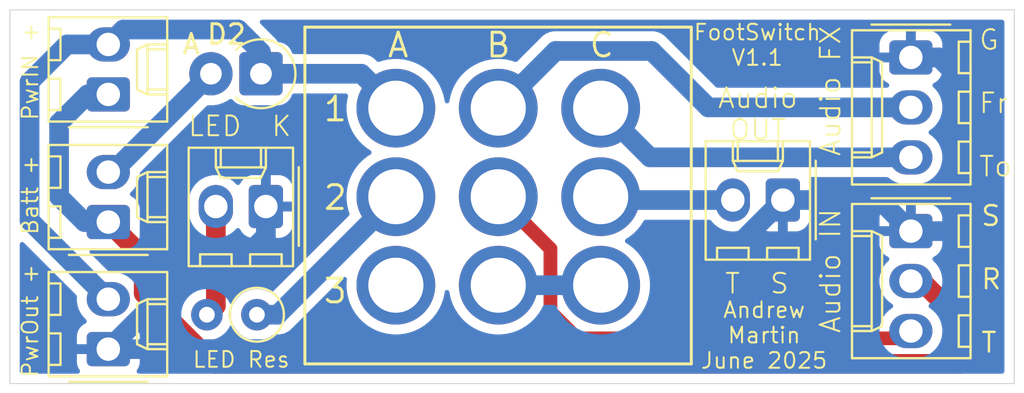
<source format=kicad_pcb>
(kicad_pcb (version 20241229) (generator "pcbnew") (generator_version "9.0")
  (title_block (title "Footswitch Wiring Board") (date "2025-06-25") (rev "V1.1") (company "Andrew C.R. Martin") (comment 1 "V1.1 adds battery and moves all audio to one side") (comment 2 "Board size 51mm x 19mm"))
  (layers (0 "F.Cu" signal) (2 "B.Cu" signal) (13 "F.Paste" user) (15 "B.Paste" user) (5 "F.SilkS" user "F.Silkscreen") (7 "B.SilkS" user "B.Silkscreen") (1 "F.Mask" user) (3 "B.Mask" user) (25 "Edge.Cuts" user))
  (net 0 "")
  (net 1 "GND")
  (net 2 "Net-(J5-Pin_2)")
  (net 3 "Net-(J7-Pin_2)")
  (net 4 "Net-(R1-Pad1)")
  (net 6 "Net-(J1-Pin_3)")
  (net 7 "Net-(J1-Pin_2)")
  (net 8 "Net-(J2-Pin_2)")
  (net 9 "Net-(J7-Pin_3)")
  (net 10 "Net-(SW1-C-PadB3)")
  (net 11 "Net-(D2-K)")
  (net 12 "Net-(D2-A)")
  (footprint "Connector_Molex:Molex_KK-254_AE-6410-02A_1x02_P2.54mm_Vertical" (layer "F.Cu") (at 67.5 59.5 180)
    (property "Reference" "J5" (hide yes))
    (property "Value" "LED" (hide yes))
    (fp_line (start 3.92 2.99) (end 3.92 -3.03) (stroke (width 0.12)) (layer "F.SilkS"))
    (fp_line (start 3.92 -3.03) (end -1.38 -3.03) (stroke (width 0.12)) (layer "F.SilkS"))
    (fp_line (start 3.34 -2.43) (end 3.34 -3.03) (stroke (width 0.12)) (layer "F.SilkS"))
    (fp_line (start 2.54 1.99) (end 2.54 2.99) (stroke (width 0.12)) (layer "F.SilkS"))
    (fp_line (start 2.29 2.99) (end 2.29 1.99) (stroke (width 0.12)) (layer "F.SilkS"))
    (fp_line (start 2.29 1.46) (end 2.54 1.99) (stroke (width 0.12)) (layer "F.SilkS"))
    (fp_line (start 1.74 -2.43) (end 3.34 -2.43) (stroke (width 0.12)) (layer "F.SilkS"))
    (fp_line (start 1.74 -3.03) (end 1.74 -2.43) (stroke (width 0.12)) (layer "F.SilkS"))
    (fp_line (start 0.8 -2.43) (end 0.8 -3.03) (stroke (width 0.12)) (layer "F.SilkS"))
    (fp_line (start 0.25 2.99) (end 0.25 1.99) (stroke (width 0.12)) (layer "F.SilkS"))
    (fp_line (start 0.25 1.46) (end 2.29 1.46) (stroke (width 0.12)) (layer "F.SilkS"))
    (fp_line (start 0 2.99) (end 0 1.99) (stroke (width 0.12)) (layer "F.SilkS"))
    (fp_line (start 0 1.99) (end 2.54 1.99) (stroke (width 0.12)) (layer "F.SilkS"))
    (fp_line (start 0 1.99) (end 0.25 1.46) (stroke (width 0.12)) (layer "F.SilkS"))
    (fp_line (start -0.8 -2.43) (end 0.8 -2.43) (stroke (width 0.12)) (layer "F.SilkS"))
    (fp_line (start -0.8 -3.03) (end -0.8 -2.43) (stroke (width 0.12)) (layer "F.SilkS"))
    (fp_line (start -1.38 2.99) (end 3.92 2.99) (stroke (width 0.12)) (layer "F.SilkS"))
    (fp_line (start -1.38 -3.03) (end -1.38 2.99) (stroke (width 0.12)) (layer "F.SilkS"))
    (fp_line (start -1.67 -2) (end -1.67 2) (stroke (width 0.12)) (layer "F.SilkS"))
    (pad "1" thru_hole roundrect (at 0 0 180) (size 1.74 2.19) (drill 1.19) (layers "*.Cu" "*.Mask") (roundrect_rratio 0.143678) (net 1 "GND"))
    (pad "2" thru_hole oval (at 2.54 0 180) (size 1.74 2.19) (drill 1.19) (layers "*.Cu" "*.Mask") (net 2 "Net-(J5-Pin_2)"))
  )
  (footprint "Connector_Molex:Molex_KK-254_AE-6410-02A_1x02_P2.54mm_Vertical" (layer "F.Cu") (at 59.5 66.75 90)
    (property "Reference" "J8" (hide yes))
    (property "Value" "Pwr OUT" (hide yes))
    (fp_line (start 3.92 -3.03) (end -1.38 -3.03) (stroke (width 0.12)) (layer "F.SilkS"))
    (fp_line (start 1.74 -3.03) (end 1.74 -2.43) (stroke (width 0.12)) (layer "F.SilkS"))
    (fp_line (start -0.8 -3.03) (end -0.8 -2.43) (stroke (width 0.12)) (layer "F.SilkS"))
    (fp_line (start -1.38 -3.03) (end -1.38 2.99) (stroke (width 0.12)) (layer "F.SilkS"))
    (fp_line (start 3.34 -2.43) (end 3.34 -3.03) (stroke (width 0.12)) (layer "F.SilkS"))
    (fp_line (start 1.74 -2.43) (end 3.34 -2.43) (stroke (width 0.12)) (layer "F.SilkS"))
    (fp_line (start 0.8 -2.43) (end 0.8 -3.03) (stroke (width 0.12)) (layer "F.SilkS"))
    (fp_line (start -0.8 -2.43) (end 0.8 -2.43) (stroke (width 0.12)) (layer "F.SilkS"))
    (fp_line (start -1.67 -2) (end -1.67 2) (stroke (width 0.12)) (layer "F.SilkS"))
    (fp_line (start 2.29 1.46) (end 2.54 1.99) (stroke (width 0.12)) (layer "F.SilkS"))
    (fp_line (start 0.25 1.46) (end 2.29 1.46) (stroke (width 0.12)) (layer "F.SilkS"))
    (fp_line (start 2.54 1.99) (end 2.54 2.99) (stroke (width 0.12)) (layer "F.SilkS"))
    (fp_line (start 0 1.99) (end 0.25 1.46) (stroke (width 0.12)) (layer "F.SilkS"))
    (fp_line (start 0 1.99) (end 2.54 1.99) (stroke (width 0.12)) (layer "F.SilkS"))
    (fp_line (start 3.92 2.99) (end 3.92 -3.03) (stroke (width 0.12)) (layer "F.SilkS"))
    (fp_line (start 2.29 2.99) (end 2.29 1.99) (stroke (width 0.12)) (layer "F.SilkS"))
    (fp_line (start 0.25 2.99) (end 0.25 1.99) (stroke (width 0.12)) (layer "F.SilkS"))
    (fp_line (start 0 2.99) (end 0 1.99) (stroke (width 0.12)) (layer "F.SilkS"))
    (fp_line (start -1.38 2.99) (end 3.92 2.99) (stroke (width 0.12)) (layer "F.SilkS"))
    (pad "1" thru_hole roundrect (at 0 0 90) (size 1.74 2.19) (drill 1.19) (layers "*.Cu" "*.Mask") (roundrect_rratio 0.143678) (net 1 "GND"))
    (pad "2" thru_hole oval (at 2.54 0 90) (size 1.74 2.19) (drill 1.19) (layers "*.Cu" "*.Mask") (net 11 "Net-(D2-K)"))
  )
  (footprint "Diode_THT:D_DO-41_SOD81_P2.54mm_Vertical_AnodeUp" (layer "F.Cu") (at 67.25 52.75 180)
    (property "Reference" "D2" (at 1.75 2 0) (layer "F.SilkS"))
    (property "Value" "SB120" (hide yes))
    (fp_arc (start 1.255517 1.22) (mid -1.750635 0) (end 1.255517 -1.22) (stroke (width 0.12)) (layer "F.SilkS"))
    (fp_text user "A" (at 3.54 1.5 0) (layer "F.SilkS"))
    (pad "1" thru_hole roundrect (at 0 0 180) (size 2.2 2.2) (drill 1.1) (layers "*.Cu" "*.Mask") (roundrect_rratio 0.113636) (net 11 "Net-(D2-K)"))
    (pad "2" thru_hole circle (at 2.54 0 180) (size 2.2 2.2) (drill 1.1) (layers "*.Cu" "*.Mask") (net 12 "Net-(D2-A)"))
  )
  (footprint "ACRM:3PDT_FS" (layer "F.Cu") (at 77.1 58)
    (property "Reference" "SW1" (hide yes))
    (property "Value" "SW_Foot_3PDT" (hide yes))
    (fp_line (start -7.62 -7.62) (end 12 -7.62) (stroke (width 0.1524)) (layer "F.SilkS"))
    (fp_line (start -7.62 9.5) (end -7.62 -7.62) (stroke (width 0.1524)) (layer "F.SilkS"))
    (fp_line (start 12 -7.62) (end 12 9.5) (stroke (width 0.1524)) (layer "F.SilkS"))
    (fp_line (start 12 9.5) (end -7.62 9.5) (stroke (width 0.1524)) (layer "F.SilkS"))
    (fp_text user "B" (at 1.5 -6 0) (layer "F.SilkS") (effects (font (size 1.2065 1.2065) (thickness 0.1524)) (justify left bottom)))
    (fp_text user "C" (at 6.75 -6 0) (layer "F.SilkS") (effects (font (size 1.2065 1.2065) (thickness 0.1524)) (justify left bottom)))
    (fp_text user "1" (at -6.75 -2.75 0) (layer "F.SilkS") (effects (font (size 1.2065 1.2065) (thickness 0.1524)) (justify left bottom)))
    (fp_text user "A" (at -3.5 -6 0) (layer "F.SilkS") (effects (font (size 1.2065 1.2065) (thickness 0.1524)) (justify left bottom)))
    (fp_text user "3" (at -6.75 6.5 0) (layer "F.SilkS") (effects (font (size 1.2065 1.2065) (thickness 0.1524)) (justify left bottom)))
    (fp_text user "2" (at -6.75 1.75 0) (layer "F.SilkS") (effects (font (size 1.2065 1.2065) (thickness 0.1524)) (justify left bottom)))
    (pad "A1" thru_hole circle (at -3 -3.5 180) (size 4 4) (drill 2.8) (layers "*.Cu" "*.Mask") (net 11 "Net-(D2-K)"))
    (pad "A2" thru_hole circle (at -3 1 180) (size 4 4) (drill 2.8) (layers "*.Cu" "*.Mask") (net 4 "Net-(R1-Pad1)"))
    (pad "A3" thru_hole circle (at -3 5.5 180) (size 4 4) (drill 2.8) (layers "*.Cu" "*.Mask"))
    (pad "B1" thru_hole circle (at 2.2 -3.5 180) (size 4 4) (drill 2.8) (layers "*.Cu" "*.Mask") (net 3 "Net-(J7-Pin_2)"))
    (pad "B2" thru_hole circle (at 2.2 1 180) (size 4 4) (drill 2.8) (layers "*.Cu" "*.Mask") (net 6 "Net-(J1-Pin_3)"))
    (pad "B3" thru_hole circle (at 2.2 5.5 180) (size 4 4) (drill 2.8) (layers "*.Cu" "*.Mask") (net 10 "Net-(SW1-C-PadB3)"))
    (pad "C1" thru_hole circle (at 7.4 -3.5 180) (size 4 4) (drill 2.8) (layers "*.Cu" "*.Mask") (net 9 "Net-(J7-Pin_3)"))
    (pad "C2" thru_hole circle (at 7.4 1 180) (size 4 4) (drill 2.8) (layers "*.Cu" "*.Mask") (net 8 "Net-(J2-Pin_2)"))
    (pad "C3" thru_hole circle (at 7.4 5.5 180) (size 4 4) (drill 2.8) (layers "*.Cu" "*.Mask") (net 10 "Net-(SW1-C-PadB3)"))
  )
  (footprint "Connector_Molex:Molex_KK-254_AE-6410-02A_1x02_P2.54mm_Vertical" (layer "F.Cu") (at 59.5 60.29 90)
    (property "Reference" "J9" (hide yes))
    (property "Value" "Batt IN" (hide yes))
    (fp_line (start 3.92 -3.03) (end -1.38 -3.03) (stroke (width 0.12)) (layer "F.SilkS"))
    (fp_line (start 1.74 -3.03) (end 1.74 -2.43) (stroke (width 0.12)) (layer "F.SilkS"))
    (fp_line (start -0.8 -3.03) (end -0.8 -2.43) (stroke (width 0.12)) (layer "F.SilkS"))
    (fp_line (start -1.38 -3.03) (end -1.38 2.99) (stroke (width 0.12)) (layer "F.SilkS"))
    (fp_line (start 3.34 -2.43) (end 3.34 -3.03) (stroke (width 0.12)) (layer "F.SilkS"))
    (fp_line (start 1.74 -2.43) (end 3.34 -2.43) (stroke (width 0.12)) (layer "F.SilkS"))
    (fp_line (start 0.8 -2.43) (end 0.8 -3.03) (stroke (width 0.12)) (layer "F.SilkS"))
    (fp_line (start -0.8 -2.43) (end 0.8 -2.43) (stroke (width 0.12)) (layer "F.SilkS"))
    (fp_line (start -1.67 -2) (end -1.67 2) (stroke (width 0.12)) (layer "F.SilkS"))
    (fp_line (start 2.29 1.46) (end 2.54 1.99) (stroke (width 0.12)) (layer "F.SilkS"))
    (fp_line (start 0.25 1.46) (end 2.29 1.46) (stroke (width 0.12)) (layer "F.SilkS"))
    (fp_line (start 2.54 1.99) (end 2.54 2.99) (stroke (width 0.12)) (layer "F.SilkS"))
    (fp_line (start 0 1.99) (end 0.25 1.46) (stroke (width 0.12)) (layer "F.SilkS"))
    (fp_line (start 0 1.99) (end 2.54 1.99) (stroke (width 0.12)) (layer "F.SilkS"))
    (fp_line (start 3.92 2.99) (end 3.92 -3.03) (stroke (width 0.12)) (layer "F.SilkS"))
    (fp_line (start 2.29 2.99) (end 2.29 1.99) (stroke (width 0.12)) (layer "F.SilkS"))
    (fp_line (start 0.25 2.99) (end 0.25 1.99) (stroke (width 0.12)) (layer "F.SilkS"))
    (fp_line (start 0 2.99) (end 0 1.99) (stroke (width 0.12)) (layer "F.SilkS"))
    (fp_line (start -1.38 2.99) (end 3.92 2.99) (stroke (width 0.12)) (layer "F.SilkS"))
    (pad "1" thru_hole roundrect (at 0 0 90) (size 1.74 2.19) (drill 1.19) (layers "*.Cu" "*.Mask") (roundrect_rratio 0.143678) (net 7 "Net-(J1-Pin_2)"))
    (pad "2" thru_hole oval (at 2.54 0 90) (size 1.74 2.19) (drill 1.19) (layers "*.Cu" "*.Mask") (net 12 "Net-(D2-A)"))
  )
  (footprint "Connector_Molex:Molex_KK-254_AE-6410-03A_1x03_P2.54mm_Vertical" (layer "F.Cu") (at 100.25 51.92 -90)
    (property "Reference" "J7" (hide yes))
    (property "Value" "Audio FX" (hide yes))
    (fp_line (start -1.38 2.99) (end 6.46 2.99) (stroke (width 0.12)) (layer "F.SilkS"))
    (fp_line (start 0 2.99) (end 0 1.99) (stroke (width 0.12)) (layer "F.SilkS"))
    (fp_line (start 0.25 2.99) (end 0.25 1.99) (stroke (width 0.12)) (layer "F.SilkS"))
    (fp_line (start 4.83 2.99) (end 4.83 1.99) (stroke (width 0.12)) (layer "F.SilkS"))
    (fp_line (start 6.46 2.99) (end 6.46 -3.03) (stroke (width 0.12)) (layer "F.SilkS"))
    (fp_line (start 0 1.99) (end 5.08 1.99) (stroke (width 0.12)) (layer "F.SilkS"))
    (fp_line (start 0 1.99) (end 0.25 1.46) (stroke (width 0.12)) (layer "F.SilkS"))
    (fp_line (start 5.08 1.99) (end 5.08 2.99) (stroke (width 0.12)) (layer "F.SilkS"))
    (fp_line (start 0.25 1.46) (end 4.83 1.46) (stroke (width 0.12)) (layer "F.SilkS"))
    (fp_line (start 4.83 1.46) (end 5.08 1.99) (stroke (width 0.12)) (layer "F.SilkS"))
    (fp_line (start -1.67 -2) (end -1.67 2) (stroke (width 0.12)) (layer "F.SilkS"))
    (fp_line (start -0.8 -2.43) (end 0.8 -2.43) (stroke (width 0.12)) (layer "F.SilkS"))
    (fp_line (start 0.8 -2.43) (end 0.8 -3.03) (stroke (width 0.12)) (layer "F.SilkS"))
    (fp_line (start 1.74 -2.43) (end 3.34 -2.43) (stroke (width 0.12)) (layer "F.SilkS"))
    (fp_line (start 3.34 -2.43) (end 3.34 -3.03) (stroke (width 0.12)) (layer "F.SilkS"))
    (fp_line (start 4.28 -2.43) (end 5.88 -2.43) (stroke (width 0.12)) (layer "F.SilkS"))
    (fp_line (start 5.88 -2.43) (end 5.88 -3.03) (stroke (width 0.12)) (layer "F.SilkS"))
    (fp_line (start -1.38 -3.03) (end -1.38 2.99) (stroke (width 0.12)) (layer "F.SilkS"))
    (fp_line (start -0.8 -3.03) (end -0.8 -2.43) (stroke (width 0.12)) (layer "F.SilkS"))
    (fp_line (start 1.74 -3.03) (end 1.74 -2.43) (stroke (width 0.12)) (layer "F.SilkS"))
    (fp_line (start 4.28 -3.03) (end 4.28 -2.43) (stroke (width 0.12)) (layer "F.SilkS"))
    (fp_line (start 6.46 -3.03) (end -1.38 -3.03) (stroke (width 0.12)) (layer "F.SilkS"))
    (pad "1" thru_hole roundrect (at 0 0 270) (size 1.74 2.19) (drill 1.19) (layers "*.Cu" "*.Mask") (roundrect_rratio 0.143678) (net 1 "GND"))
    (pad "2" thru_hole oval (at 2.54 0 270) (size 1.74 2.19) (drill 1.19) (layers "*.Cu" "*.Mask") (net 3 "Net-(J7-Pin_2)"))
    (pad "3" thru_hole oval (at 5.08 0 270) (size 1.74 2.19) (drill 1.19) (layers "*.Cu" "*.Mask") (net 9 "Net-(J7-Pin_3)"))
  )
  (footprint "Connector_Molex:Molex_KK-254_AE-6410-02A_1x02_P2.54mm_Vertical" (layer "F.Cu") (at 93.75 59.17 180)
    (property "Reference" "J2" (hide yes))
    (property "Value" "Audio OUT" (hide yes))
    (fp_line (start 3.92 2.99) (end 3.92 -3.03) (stroke (width 0.12)) (layer "F.SilkS"))
    (fp_line (start 3.92 -3.03) (end -1.38 -3.03) (stroke (width 0.12)) (layer "F.SilkS"))
    (fp_line (start 3.34 -2.43) (end 3.34 -3.03) (stroke (width 0.12)) (layer "F.SilkS"))
    (fp_line (start 2.54 1.99) (end 2.54 2.99) (stroke (width 0.12)) (layer "F.SilkS"))
    (fp_line (start 2.29 2.99) (end 2.29 1.99) (stroke (width 0.12)) (layer "F.SilkS"))
    (fp_line (start 2.29 1.46) (end 2.54 1.99) (stroke (width 0.12)) (layer "F.SilkS"))
    (fp_line (start 1.74 -2.43) (end 3.34 -2.43) (stroke (width 0.12)) (layer "F.SilkS"))
    (fp_line (start 1.74 -3.03) (end 1.74 -2.43) (stroke (width 0.12)) (layer "F.SilkS"))
    (fp_line (start 0.8 -2.43) (end 0.8 -3.03) (stroke (width 0.12)) (layer "F.SilkS"))
    (fp_line (start 0.25 2.99) (end 0.25 1.99) (stroke (width 0.12)) (layer "F.SilkS"))
    (fp_line (start 0.25 1.46) (end 2.29 1.46) (stroke (width 0.12)) (layer "F.SilkS"))
    (fp_line (start 0 2.99) (end 0 1.99) (stroke (width 0.12)) (layer "F.SilkS"))
    (fp_line (start 0 1.99) (end 2.54 1.99) (stroke (width 0.12)) (layer "F.SilkS"))
    (fp_line (start 0 1.99) (end 0.25 1.46) (stroke (width 0.12)) (layer "F.SilkS"))
    (fp_line (start -0.8 -2.43) (end 0.8 -2.43) (stroke (width 0.12)) (layer "F.SilkS"))
    (fp_line (start -0.8 -3.03) (end -0.8 -2.43) (stroke (width 0.12)) (layer "F.SilkS"))
    (fp_line (start -1.38 2.99) (end 3.92 2.99) (stroke (width 0.12)) (layer "F.SilkS"))
    (fp_line (start -1.38 -3.03) (end -1.38 2.99) (stroke (width 0.12)) (layer "F.SilkS"))
    (fp_line (start -1.67 -2) (end -1.67 2) (stroke (width 0.12)) (layer "F.SilkS"))
    (pad "1" thru_hole roundrect (at 0 0 180) (size 1.74 2.19) (drill 1.19) (layers "*.Cu" "*.Mask") (roundrect_rratio 0.143678) (net 1 "GND"))
    (pad "2" thru_hole oval (at 2.54 0 180) (size 1.74 2.19) (drill 1.19) (layers "*.Cu" "*.Mask") (net 8 "Net-(J2-Pin_2)"))
  )
  (footprint "Connector_Molex:Molex_KK-254_AE-6410-02A_1x02_P2.54mm_Vertical" (layer "F.Cu") (at 59.5 53.8 90)
    (property "Reference" "J4" (hide yes))
    (property "Value" "Pwr IN" (hide yes))
    (fp_line (start 3.92 -3.03) (end -1.38 -3.03) (stroke (width 0.12)) (layer "F.SilkS"))
    (fp_line (start 1.74 -3.03) (end 1.74 -2.43) (stroke (width 0.12)) (layer "F.SilkS"))
    (fp_line (start -0.8 -3.03) (end -0.8 -2.43) (stroke (width 0.12)) (layer "F.SilkS"))
    (fp_line (start -1.38 -3.03) (end -1.38 2.99) (stroke (width 0.12)) (layer "F.SilkS"))
    (fp_line (start 3.34 -2.43) (end 3.34 -3.03) (stroke (width 0.12)) (layer "F.SilkS"))
    (fp_line (start 1.74 -2.43) (end 3.34 -2.43) (stroke (width 0.12)) (layer "F.SilkS"))
    (fp_line (start 0.8 -2.43) (end 0.8 -3.03) (stroke (width 0.12)) (layer "F.SilkS"))
    (fp_line (start -0.8 -2.43) (end 0.8 -2.43) (stroke (width 0.12)) (layer "F.SilkS"))
    (fp_line (start -1.67 -2) (end -1.67 2) (stroke (width 0.12)) (layer "F.SilkS"))
    (fp_line (start 2.29 1.46) (end 2.54 1.99) (stroke (width 0.12)) (layer "F.SilkS"))
    (fp_line (start 0.25 1.46) (end 2.29 1.46) (stroke (width 0.12)) (layer "F.SilkS"))
    (fp_line (start 2.54 1.99) (end 2.54 2.99) (stroke (width 0.12)) (layer "F.SilkS"))
    (fp_line (start 0 1.99) (end 0.25 1.46) (stroke (width 0.12)) (layer "F.SilkS"))
    (fp_line (start 0 1.99) (end 2.54 1.99) (stroke (width 0.12)) (layer "F.SilkS"))
    (fp_line (start 3.92 2.99) (end 3.92 -3.03) (stroke (width 0.12)) (layer "F.SilkS"))
    (fp_line (start 2.29 2.99) (end 2.29 1.99) (stroke (width 0.12)) (layer "F.SilkS"))
    (fp_line (start 0.25 2.99) (end 0.25 1.99) (stroke (width 0.12)) (layer "F.SilkS"))
    (fp_line (start 0 2.99) (end 0 1.99) (stroke (width 0.12)) (layer "F.SilkS"))
    (fp_line (start -1.38 2.99) (end 3.92 2.99) (stroke (width 0.12)) (layer "F.SilkS"))
    (pad "1" thru_hole roundrect (at 0 0 90) (size 1.74 2.19) (drill 1.19) (layers "*.Cu" "*.Mask") (roundrect_rratio 0.143678) (net 7 "Net-(J1-Pin_2)"))
    (pad "2" thru_hole oval (at 2.54 0 90) (size 1.74 2.19) (drill 1.19) (layers "*.Cu" "*.Mask") (net 11 "Net-(D2-K)"))
  )
  (footprint "Resistor_THT:R_Axial_DIN0207_L6.3mm_D2.5mm_P2.54mm_Vertical" (layer "F.Cu") (at 67.045 65 180)
    (property "Reference" "R1" (hide yes))
    (property "Value" "4K4" (hide yes))
    (fp_line (start 1.37 0) (end 1.44 0) (stroke (width 0.12)) (layer "F.SilkS"))
    (fp_circle (center 0 0) (end 1.37 0) (stroke (width 0.12)) (fill no) (layer "F.SilkS"))
    (pad "1" thru_hole circle (at 0 0 180) (size 1.6 1.6) (drill 0.8) (layers "*.Cu" "*.Mask") (net 4 "Net-(R1-Pad1)"))
    (pad "2" thru_hole circle (at 2.54 0 180) (size 1.6 1.6) (drill 0.8) (layers "*.Cu" "*.Mask") (net 2 "Net-(J5-Pin_2)"))
  )
  (footprint "Connector_Molex:Molex_KK-254_AE-6410-03A_1x03_P2.54mm_Vertical" (layer "F.Cu") (at 100.25 60.75 -90)
    (property "Reference" "J1" (hide yes))
    (property "Value" "IN" (hide yes))
    (fp_line (start -1.38 2.99) (end 6.46 2.99) (stroke (width 0.12)) (layer "F.SilkS"))
    (fp_line (start 0 2.99) (end 0 1.99) (stroke (width 0.12)) (layer "F.SilkS"))
    (fp_line (start 0.25 2.99) (end 0.25 1.99) (stroke (width 0.12)) (layer "F.SilkS"))
    (fp_line (start 4.83 2.99) (end 4.83 1.99) (stroke (width 0.12)) (layer "F.SilkS"))
    (fp_line (start 6.46 2.99) (end 6.46 -3.03) (stroke (width 0.12)) (layer "F.SilkS"))
    (fp_line (start 0 1.99) (end 5.08 1.99) (stroke (width 0.12)) (layer "F.SilkS"))
    (fp_line (start 0 1.99) (end 0.25 1.46) (stroke (width 0.12)) (layer "F.SilkS"))
    (fp_line (start 5.08 1.99) (end 5.08 2.99) (stroke (width 0.12)) (layer "F.SilkS"))
    (fp_line (start 0.25 1.46) (end 4.83 1.46) (stroke (width 0.12)) (layer "F.SilkS"))
    (fp_line (start 4.83 1.46) (end 5.08 1.99) (stroke (width 0.12)) (layer "F.SilkS"))
    (fp_line (start -1.67 -2) (end -1.67 2) (stroke (width 0.12)) (layer "F.SilkS"))
    (fp_line (start -0.8 -2.43) (end 0.8 -2.43) (stroke (width 0.12)) (layer "F.SilkS"))
    (fp_line (start 0.8 -2.43) (end 0.8 -3.03) (stroke (width 0.12)) (layer "F.SilkS"))
    (fp_line (start 1.74 -2.43) (end 3.34 -2.43) (stroke (width 0.12)) (layer "F.SilkS"))
    (fp_line (start 3.34 -2.43) (end 3.34 -3.03) (stroke (width 0.12)) (layer "F.SilkS"))
    (fp_line (start 4.28 -2.43) (end 5.88 -2.43) (stroke (width 0.12)) (layer "F.SilkS"))
    (fp_line (start 5.88 -2.43) (end 5.88 -3.03) (stroke (width 0.12)) (layer "F.SilkS"))
    (fp_line (start -1.38 -3.03) (end -1.38 2.99) (stroke (width 0.12)) (layer "F.SilkS"))
    (fp_line (start -0.8 -3.03) (end -0.8 -2.43) (stroke (width 0.12)) (layer "F.SilkS"))
    (fp_line (start 1.74 -3.03) (end 1.74 -2.43) (stroke (width 0.12)) (layer "F.SilkS"))
    (fp_line (start 4.28 -3.03) (end 4.28 -2.43) (stroke (width 0.12)) (layer "F.SilkS"))
    (fp_line (start 6.46 -3.03) (end -1.38 -3.03) (stroke (width 0.12)) (layer "F.SilkS"))
    (pad "1" thru_hole roundrect (at 0 0 270) (size 1.74 2.19) (drill 1.19) (layers "*.Cu" "*.Mask") (roundrect_rratio 0.143678) (net 1 "GND"))
    (pad "2" thru_hole oval (at 2.54 0 270) (size 1.74 2.19) (drill 1.19) (layers "*.Cu" "*.Mask") (net 7 "Net-(J1-Pin_2)"))
    (pad "3" thru_hole oval (at 5.08 0 270) (size 1.74 2.19) (drill 1.19) (layers "*.Cu" "*.Mask") (net 6 "Net-(J1-Pin_3)"))
  )
  (gr_rect (start 54.5 49.5) (end 105.5 68.5) (stroke (width 0.05)) (fill no) (layer "Edge.Cuts"))
  (gr_text "PwrIN +" (at 56 55.18 90) (layer "F.SilkS") (effects (font (size 0.8 0.8) (thickness 0.1)) (justify left bottom)))
  (gr_text "LED Res" (at 66.25 67.75 0) (layer "F.SilkS") (effects (font (size 0.8 0.8) (thickness 0.1)) (justify bottom)))
  (gr_text "G\n\nFr\n\nTo" (at 103.65 58.05 0) (layer "F.SilkS") (effects (font (size 1 1) (thickness 0.1)) (justify left bottom)))
  (gr_text "Audio\nOUT" (at 92.48 56.18 0) (layer "F.SilkS") (effects (font (size 1 1) (thickness 0.1)) (justify bottom)))
  (gr_text "LED  K" (at 63.487818 56 0) (layer "F.SilkS") (effects (font (size 1 1) (thickness 0.1)) (justify left bottom)))
  (gr_text "Audio IN" (at 96.75 66 90) (layer "F.SilkS") (effects (font (size 1 1) (thickness 0.1)) (justify left bottom)))
  (gr_text "Audio FX" (at 96.75 57 90) (layer "F.SilkS") (effects (font (size 1 1) (thickness 0.1)) (justify left bottom)))
  (gr_text "Andrew\nMartin\nJune 2025" (at 92.8 67.8 0) (layer "F.SilkS") (effects (font (size 0.8 0.8) (thickness 0.1)) (justify bottom)))
  (gr_text "S\n\nR\n\nT" (at 103.75 67 0) (layer "F.SilkS") (effects (font (size 1 1) (thickness 0.125)) (justify left bottom)))
  (gr_text "PwrOut +" (at 56 68.25 90) (layer "F.SilkS") (effects (font (size 0.8 0.8) (thickness 0.1)) (justify left bottom)))
  (gr_text "Batt +" (at 56 61 90) (layer "F.SilkS") (effects (font (size 0.8 0.8) (thickness 0.1)) (justify left bottom)))
  (gr_text "FootSwitch\nV1.1\n" (at 92.45 52.4 0) (layer "F.SilkS") (effects (font (size 0.8 0.8) (thickness 0.1)) (justify bottom)))
  (gr_text "T  S" (at 90.75 64 0) (layer "F.SilkS") (effects (font (size 1 1) (thickness 0.1)) (justify left bottom)))
  (segment (start 93.75 59.17) (end 98.67 59.17) (width 1) (layer "B.Cu") (net 1))
  (segment (start 67.5 61) (end 67.5 59.5) (width 1) (layer "B.Cu") (net 1))
  (segment (start 102.25 60.75) (end 104.499 58.501) (width 1) (layer "B.Cu") (net 1))
  (segment (start 104.499 54.749) (end 101.67 51.92) (width 1) (layer "B.Cu") (net 1))
  (segment (start 100.25 60.75) (end 102.25 60.75) (width 1) (layer "B.Cu") (net 1))
  (segment (start 59.5 66.75) (end 62.25 64) (width 1) (layer "B.Cu") (net 1))
  (segment (start 101.67 51.92) (end 100.25 51.92) (width 1) (layer "B.Cu") (net 1))
  (segment (start 59.5 66.75) (end 86.17 66.75) (width 1) (layer "B.Cu") (net 1))
  (segment (start 86.17 66.75) (end 93.75 59.17) (width 1) (layer "B.Cu") (net 1))
  (segment (start 62.25 64) (end 62.25 62.25) (width 1) (layer "B.Cu") (net 1))
  (segment (start 104.499 58.501) (end 104.499 54.749) (width 1) (layer "B.Cu") (net 1))
  (segment (start 98.67 59.17) (end 100.25 60.75) (width 1) (layer "B.Cu") (net 1))
  (segment (start 62.25 62.25) (end 66.25 62.25) (width 1) (layer "B.Cu") (net 1))
  (segment (start 66.25 62.25) (end 67.5 61) (width 1) (layer "B.Cu") (net 1))
  (segment (start 64.96 64.545) (end 64.505 65) (width 1) (layer "F.Cu") (net 2))
  (segment (start 64.96 59.5) (end 64.96 64.545) (width 1) (layer "F.Cu") (net 2))
  (segment (start 87.091791 51.591791) (end 82.208209 51.591791) (width 1) (layer "B.Cu") (net 3))
  (segment (start 89.96 54.46) (end 87.091791 51.591791) (width 1) (layer "B.Cu") (net 3))
  (segment (start 100.25 54.46) (end 89.96 54.46) (width 1) (layer "B.Cu") (net 3))
  (segment (start 82.208209 51.591791) (end 79.3 54.5) (width 1) (layer "B.Cu") (net 3))
  (segment (start 67.045 65) (end 68.1 65) (width 1) (layer "B.Cu") (net 4))
  (segment (start 68.1 65) (end 74.1 59) (width 1) (layer "B.Cu") (net 4))
  (segment (start 81.949 64.849) (end 83.3 66.2) (width 0.7) (layer "F.Cu") (net 6))
  (segment (start 83.3 66.2) (end 99.88 66.2) (width 0.7) (layer "F.Cu") (net 6))
  (segment (start 81.949 61.649) (end 81.949 64.849) (width 0.7) (layer "F.Cu") (net 6))
  (segment (start 79.3 59) (end 81.949 61.649) (width 0.7) (layer "F.Cu") (net 6))
  (segment (start 99.88 66.2) (end 100.25 65.83) (width 0.7) (layer "F.Cu") (net 6))
  (segment (start 61.296 63.913735) (end 64.881265 67.499) (width 1) (layer "F.Cu") (net 7))
  (segment (start 64.881265 67.499) (end 102.75 67.499) (width 1) (layer "F.Cu") (net 7))
  (segment (start 102.75 67.499) (end 102.75 65.25) (width 1) (layer "F.Cu") (net 7))
  (segment (start 59.5 60.29) (end 61.296 62.086) (width 1) (layer "F.Cu") (net 7))
  (segment (start 100.79 63.29) (end 100.25 63.29) (width 1) (layer "F.Cu") (net 7))
  (segment (start 61.296 62.086) (end 61.296 63.913735) (width 1) (layer "F.Cu") (net 7))
  (segment (start 102.75 65.25) (end 100.79 63.29) (width 1) (layer "F.Cu") (net 7))
  (segment (start 57 59) (end 57 55.25) (width 1) (layer "B.Cu") (net 7))
  (segment (start 58.45 53.8) (end 59.5 53.8) (width 1) (layer "B.Cu") (net 7))
  (segment (start 58.29 60.29) (end 57 59) (width 1) (layer "B.Cu") (net 7))
  (segment (start 57 55.25) (end 58.45 53.8) (width 1) (layer "B.Cu") (net 7))
  (segment (start 59.5 60.29) (end 58.29 60.29) (width 1) (layer "B.Cu") (net 7))
  (segment (start 91.21 59.17) (end 84.67 59.17) (width 1) (layer "B.Cu") (net 8))
  (segment (start 84.67 59.17) (end 84.5 59) (width 1) (layer "B.Cu") (net 8))
  (segment (start 87 57) (end 84.5 54.5) (width 1) (layer "B.Cu") (net 9))
  (segment (start 100.25 57) (end 87 57) (width 1) (layer "B.Cu") (net 9))
  (segment (start 84.5 63.5) (end 79.3 63.5) (width 1) (layer "B.Cu") (net 10))
  (segment (start 72.35 52.75) (end 74.1 54.5) (width 1) (layer "B.Cu") (net 11))
  (segment (start 60.259 50.501) (end 66.100999 50.501) (width 1) (layer "B.Cu") (net 11))
  (segment (start 67.25 51.650001) (end 67.25 52.75) (width 1) (layer "B.Cu") (net 11))
  (segment (start 67.25 52.75) (end 72.35 52.75) (width 1) (layer "B.Cu") (net 11))
  (segment (start 59.5 51.26) (end 57.405 51.26) (width 1) (layer "B.Cu") (net 11))
  (segment (start 57.405 51.26) (end 55.501 53.164) (width 1) (layer "B.Cu") (net 11))
  (segment (start 66.100999 50.501) (end 67.25 51.650001) (width 1) (layer "B.Cu") (net 11))
  (segment (start 55.501 60.211) (end 59.5 64.21) (width 1) (layer "B.Cu") (net 11))
  (segment (start 55.501 53.164) (end 55.501 60.211) (width 1) (layer "B.Cu") (net 11))
  (segment (start 59.5 51.26) (end 60.259 50.501) (width 1) (layer "B.Cu") (net 11))
  (segment (start 59.5 57.75) (end 59.71 57.75) (width 1) (layer "B.Cu") (net 12))
  (segment (start 59.71 57.75) (end 64.71 52.75) (width 1) (layer "B.Cu") (net 12))
  (zone (net 1) (net_name "GND") (layer "B.Cu") (connect_pads (clearance 0.5)) (min_thickness 0.25) (fill yes (thermal_gap 0.5) (thermal_bridge_width 0.5))
    (polygon (pts (xy 54 49) (xy 106 49) (xy 106 69) (xy 54 69)))
  )
)
</source>
